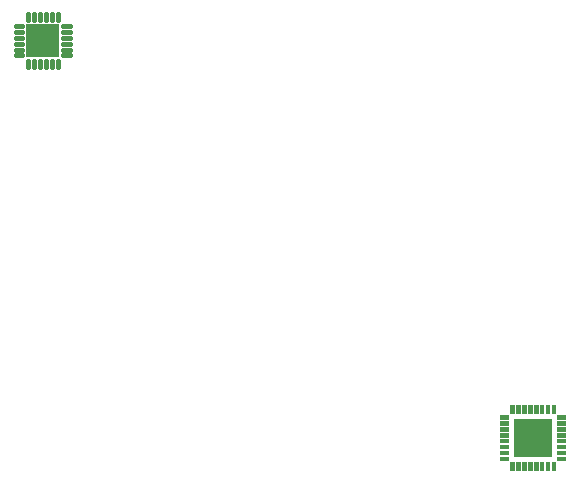
<source format=gts>
G04 Layer: TopSolderMaskLayer*
G04 EasyEDA v6.4.25, 2022-05-19T19:16:08--7:00*
G04 0dbdd77669684f62939db12cf9e3c97e,10*
G04 Gerber Generator version 0.2*
G04 Scale: 100 percent, Rotated: No, Reflected: No *
G04 Dimensions in millimeters *
G04 leading zeros omitted , absolute positions ,4 integer and 5 decimal *
%FSLAX45Y45*%
%MOMM*%

%ADD23C,0.3816*%

%LPD*%
D23*
X3380826Y8316468D02*
G01*
X3432825Y8316468D01*
X3380826Y8266480D02*
G01*
X3432825Y8266480D01*
X3380826Y8216468D02*
G01*
X3432825Y8216468D01*
X3380826Y8166480D02*
G01*
X3432825Y8166480D01*
X3380826Y8116468D02*
G01*
X3432825Y8116468D01*
X3380826Y8066481D02*
G01*
X3432825Y8066481D01*
X3481831Y8017474D02*
G01*
X3481831Y7965475D01*
X3531819Y8017474D02*
G01*
X3531819Y7965475D01*
X3581831Y8017474D02*
G01*
X3581831Y7965475D01*
X3631818Y8017474D02*
G01*
X3631818Y7965475D01*
X3681831Y8017474D02*
G01*
X3681831Y7965475D01*
X3731818Y8017474D02*
G01*
X3731818Y7965475D01*
X3780825Y8066481D02*
G01*
X3832824Y8066481D01*
X3780825Y8116468D02*
G01*
X3832824Y8116468D01*
X3780825Y8166480D02*
G01*
X3832824Y8166480D01*
X3780825Y8216468D02*
G01*
X3832824Y8216468D01*
X3780825Y8266480D02*
G01*
X3832824Y8266480D01*
X3780825Y8315680D02*
G01*
X3832824Y8315680D01*
X3731818Y8417473D02*
G01*
X3731818Y8365474D01*
X3681831Y8417473D02*
G01*
X3681831Y8365474D01*
X3631818Y8417473D02*
G01*
X3631818Y8365474D01*
X3581831Y8417473D02*
G01*
X3581831Y8365474D01*
X3531819Y8417473D02*
G01*
X3531819Y8365474D01*
X3481831Y8417473D02*
G01*
X3481831Y8365474D01*
G36*
X3466845Y8050021D02*
G01*
X3466845Y8330184D01*
X3746754Y8330184D01*
X3746754Y8050021D01*
G37*
G36*
X7480554Y4981955D02*
G01*
X7480554Y5020055D01*
X7557261Y5020055D01*
X7557261Y4981955D01*
G37*
G36*
X7480554Y4931918D02*
G01*
X7480554Y4970018D01*
X7557261Y4970018D01*
X7557261Y4931918D01*
G37*
G36*
X7480554Y4881879D02*
G01*
X7480554Y4919979D01*
X7557261Y4919979D01*
X7557261Y4881879D01*
G37*
G36*
X7480554Y4831842D02*
G01*
X7480554Y4870195D01*
X7557261Y4870195D01*
X7557261Y4831842D01*
G37*
G36*
X7480554Y4781804D02*
G01*
X7480554Y4820157D01*
X7557261Y4820157D01*
X7557261Y4781804D01*
G37*
G36*
X7480554Y4732020D02*
G01*
X7480554Y4770120D01*
X7557261Y4770120D01*
X7557261Y4732020D01*
G37*
G36*
X7480554Y4681981D02*
G01*
X7480554Y4720081D01*
X7557261Y4720081D01*
X7557261Y4681981D01*
G37*
G36*
X7480554Y4631944D02*
G01*
X7480554Y4670044D01*
X7557261Y4670044D01*
X7557261Y4631944D01*
G37*
G36*
X7565643Y4546854D02*
G01*
X7565643Y4623562D01*
X7603743Y4623562D01*
X7603743Y4546854D01*
G37*
G36*
X7615681Y4546854D02*
G01*
X7615681Y4623562D01*
X7653781Y4623562D01*
X7653781Y4546854D01*
G37*
G36*
X7665720Y4546854D02*
G01*
X7665720Y4623562D01*
X7703820Y4623562D01*
X7703820Y4546854D01*
G37*
G36*
X7715504Y4546854D02*
G01*
X7715504Y4623562D01*
X7753858Y4623562D01*
X7753858Y4546854D01*
G37*
G36*
X7765541Y4546854D02*
G01*
X7765541Y4623562D01*
X7803895Y4623562D01*
X7803895Y4546854D01*
G37*
G36*
X7815579Y4546854D02*
G01*
X7815579Y4623562D01*
X7853679Y4623562D01*
X7853679Y4546854D01*
G37*
G36*
X7865618Y4546854D02*
G01*
X7865618Y4623562D01*
X7903718Y4623562D01*
X7903718Y4546854D01*
G37*
G36*
X7915656Y4546854D02*
G01*
X7915656Y4623562D01*
X7953756Y4623562D01*
X7953756Y4546854D01*
G37*
G36*
X7962138Y4631944D02*
G01*
X7962138Y4670044D01*
X8038845Y4670044D01*
X8038845Y4631944D01*
G37*
G36*
X7962138Y4681981D02*
G01*
X7962138Y4720081D01*
X8038845Y4720081D01*
X8038845Y4681981D01*
G37*
G36*
X7962138Y4732020D02*
G01*
X7962138Y4770120D01*
X8038845Y4770120D01*
X8038845Y4732020D01*
G37*
G36*
X7962138Y4781804D02*
G01*
X7962138Y4820157D01*
X8038845Y4820157D01*
X8038845Y4781804D01*
G37*
G36*
X7962138Y4831842D02*
G01*
X7962138Y4870195D01*
X8038845Y4870195D01*
X8038845Y4831842D01*
G37*
G36*
X7962138Y4881879D02*
G01*
X7962138Y4919979D01*
X8038845Y4919979D01*
X8038845Y4881879D01*
G37*
G36*
X7962138Y4931918D02*
G01*
X7962138Y4970018D01*
X8038845Y4970018D01*
X8038845Y4931918D01*
G37*
G36*
X7962138Y4981955D02*
G01*
X7962138Y5020055D01*
X8038845Y5020055D01*
X8038845Y4981955D01*
G37*
G36*
X7915656Y5028437D02*
G01*
X7915656Y5105145D01*
X7953756Y5105145D01*
X7953756Y5028437D01*
G37*
G36*
X7865618Y5028437D02*
G01*
X7865618Y5105145D01*
X7903718Y5105145D01*
X7903718Y5028437D01*
G37*
G36*
X7815579Y5028437D02*
G01*
X7815579Y5105145D01*
X7853679Y5105145D01*
X7853679Y5028437D01*
G37*
G36*
X7765541Y5028437D02*
G01*
X7765541Y5105145D01*
X7803895Y5105145D01*
X7803895Y5028437D01*
G37*
G36*
X7715504Y5028437D02*
G01*
X7715504Y5105145D01*
X7753858Y5105145D01*
X7753858Y5028437D01*
G37*
G36*
X7665720Y5028437D02*
G01*
X7665720Y5105145D01*
X7703820Y5105145D01*
X7703820Y5028437D01*
G37*
G36*
X7615681Y5028437D02*
G01*
X7615681Y5105145D01*
X7653781Y5105145D01*
X7653781Y5028437D01*
G37*
G36*
X7565643Y5028437D02*
G01*
X7565643Y5105145D01*
X7603743Y5105145D01*
X7603743Y5028437D01*
G37*
G36*
X7599679Y4665979D02*
G01*
X7599679Y4986020D01*
X7919720Y4986020D01*
X7919720Y4665979D01*
G37*
M02*

</source>
